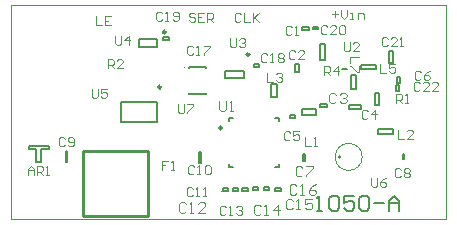
<source format=gto>
%FSLAX23Y23*%
%MOIN*%
G70*
G01*
G75*
G04 Layer_Color=65535*
%ADD10R,0.025X0.020*%
%ADD11R,0.118X0.053*%
%ADD12R,0.053X0.030*%
%ADD13R,0.020X0.030*%
%ADD14R,0.028X0.012*%
%ADD15R,0.060X0.050*%
%ADD16R,0.040X0.014*%
%ADD17R,0.030X0.020*%
%ADD18O,0.018X0.067*%
%ADD19R,0.016X0.033*%
%ADD20R,0.045X0.014*%
%ADD21R,0.091X0.091*%
%ADD22R,0.045X0.045*%
%ADD23R,0.091X0.028*%
%ADD24R,0.035X0.020*%
%ADD25R,0.012X0.028*%
%ADD26R,0.030X0.030*%
%ADD27R,0.031X0.028*%
%ADD28R,0.050X0.060*%
%ADD29R,0.030X0.030*%
%ADD30R,0.016X0.033*%
%ADD31R,0.031X0.028*%
%ADD32R,0.040X0.040*%
%ADD33C,0.007*%
%ADD34C,0.012*%
%ADD35C,0.050*%
%ADD36C,0.008*%
%ADD37C,0.040*%
%ADD38C,0.015*%
%ADD39C,0.010*%
%ADD40C,0.045*%
%ADD41C,0.035*%
%ADD42C,0.030*%
%ADD43C,0.020*%
%ADD44C,0.025*%
%ADD45R,0.050X0.041*%
%ADD46R,0.349X0.072*%
%ADD47R,0.556X0.105*%
%ADD48R,0.054X0.028*%
%ADD49R,0.063X0.044*%
%ADD50R,0.164X0.141*%
%ADD51R,0.034X0.045*%
%ADD52R,0.035X0.045*%
%ADD53R,0.071X0.041*%
%ADD54R,0.059X0.042*%
%ADD55R,0.062X0.030*%
%ADD56R,1.204X0.056*%
%ADD57R,0.147X0.435*%
%ADD58R,0.095X0.041*%
%ADD59R,0.024X0.051*%
%ADD60R,0.032X0.057*%
%ADD61R,0.149X0.141*%
%ADD62R,0.074X0.050*%
%ADD63C,0.002*%
%ADD64O,0.070X0.090*%
%ADD65C,0.045*%
%ADD66C,0.142*%
%ADD67C,0.020*%
%ADD68C,0.026*%
%ADD69C,0.025*%
%ADD70R,0.057X0.074*%
%ADD71R,0.175X0.176*%
%ADD72R,0.173X0.195*%
%ADD73R,0.217X0.172*%
%ADD74R,0.080X0.071*%
%ADD75R,0.442X0.095*%
%ADD76R,0.071X0.057*%
%ADD77R,0.180X0.107*%
%ADD78R,0.202X0.151*%
%ADD79R,0.209X0.141*%
%ADD80R,0.213X0.084*%
%ADD81R,0.137X0.186*%
%ADD82R,0.236X0.089*%
%ADD83R,0.073X0.070*%
%ADD84R,0.146X0.087*%
%ADD85R,0.079X0.072*%
%ADD86R,0.073X0.086*%
%ADD87R,0.073X0.081*%
%ADD88R,0.182X0.170*%
%ADD89R,0.173X0.225*%
%ADD90R,0.086X0.096*%
%ADD91R,0.118X0.063*%
%ADD92R,0.341X0.153*%
%ADD93R,0.180X0.170*%
%ADD94C,0.004*%
%ADD95C,0.010*%
%ADD96C,0.005*%
%ADD97C,0.008*%
%ADD98C,0.004*%
D33*
X1151Y-291D02*
X1175D01*
Y-280D01*
X1151D02*
X1175D01*
X1151Y-291D02*
Y-280D01*
X1308Y-540D02*
X1348D01*
X1308Y-555D02*
Y-540D01*
Y-555D02*
X1348D01*
Y-540D01*
X1441Y-400D02*
Y-360D01*
Y-400D02*
X1456D01*
Y-360D01*
X1441D02*
X1456D01*
X1201Y-893D02*
X1218D01*
X1209D01*
Y-843D01*
X1201Y-851D01*
X1243D02*
X1251Y-843D01*
X1268D01*
X1276Y-851D01*
Y-885D01*
X1268Y-893D01*
X1251D01*
X1243Y-885D01*
Y-851D01*
X1326Y-843D02*
X1293D01*
Y-868D01*
X1309Y-860D01*
X1318D01*
X1326Y-868D01*
Y-885D01*
X1318Y-893D01*
X1301D01*
X1293Y-885D01*
X1343Y-851D02*
X1351Y-843D01*
X1368D01*
X1376Y-851D01*
Y-885D01*
X1368Y-893D01*
X1351D01*
X1343Y-885D01*
Y-851D01*
X1393Y-868D02*
X1426D01*
X1443Y-893D02*
Y-860D01*
X1459Y-843D01*
X1476Y-860D01*
Y-893D01*
Y-868D01*
X1443D01*
D39*
X422Y-912D02*
Y-694D01*
Y-912D02*
X640D01*
Y-694D01*
X422D02*
X640D01*
D63*
X183Y-208D02*
X1633D01*
Y-922D02*
Y-208D01*
X183Y-922D02*
Y-208D01*
Y-922D02*
X1633D01*
D94*
X1283Y-714D02*
G03*
X1283Y-714I-5J0D01*
G01*
X1353D02*
G03*
X1353Y-714I-45J0D01*
G01*
X763Y-415D02*
G03*
X763Y-415I-2J0D01*
G01*
D95*
X683Y-481D02*
G03*
X683Y-481I-5J0D01*
G01*
X699Y-298D02*
G03*
X699Y-298I-5J0D01*
G01*
X886Y-617D02*
G03*
X886Y-617I-5J0D01*
G01*
X977Y-372D02*
G03*
X977Y-372I-5J0D01*
G01*
D96*
X1465Y-495D02*
X1475D01*
Y-475D01*
X1465D02*
X1475D01*
X1465Y-495D02*
Y-475D01*
X1063Y-826D02*
Y-816D01*
X1083D01*
Y-826D02*
Y-816D01*
X1063Y-826D02*
X1083D01*
X1025Y-824D02*
Y-815D01*
X1043D01*
Y-824D02*
Y-815D01*
X1025Y-824D02*
X1043D01*
X989Y-825D02*
Y-815D01*
X1007D01*
Y-825D02*
Y-815D01*
X989Y-825D02*
X1007D01*
X954Y-826D02*
Y-818D01*
X971D01*
Y-821D02*
Y-818D01*
Y-826D02*
Y-821D01*
X954Y-826D02*
X971D01*
X921Y-827D02*
Y-819D01*
X938D01*
Y-827D02*
Y-819D01*
X921Y-827D02*
X938D01*
X888Y-828D02*
Y-818D01*
X906D01*
Y-828D02*
Y-818D01*
X887Y-828D02*
X906D01*
X1188Y-289D02*
Y-281D01*
X1207D01*
Y-289D02*
Y-281D01*
X1188Y-289D02*
X1207D01*
X991Y-413D02*
Y-405D01*
X1009D01*
Y-413D02*
Y-405D01*
X991Y-413D02*
X1009D01*
X1050Y-472D02*
X1069D01*
Y-515D02*
Y-472D01*
X1050Y-515D02*
X1069D01*
X1050D02*
Y-472D01*
X897Y-452D02*
Y-427D01*
X959D01*
Y-452D02*
Y-427D01*
X897Y-452D02*
X959D01*
X810Y-733D02*
X816D01*
Y-697D01*
X810D02*
X816D01*
X810Y-733D02*
Y-697D01*
X367Y-694D02*
X370D01*
Y-730D02*
Y-694D01*
X365Y-730D02*
X370D01*
X365D02*
Y-694D01*
X367D01*
X241Y-678D02*
X308D01*
Y-687D02*
Y-678D01*
X284Y-687D02*
X308D01*
X284Y-731D02*
Y-687D01*
X266Y-731D02*
X284D01*
X266D02*
Y-688D01*
X241D02*
X266D01*
X241D02*
Y-678D01*
X608Y-348D02*
Y-322D01*
X669D01*
Y-348D02*
Y-322D01*
X608Y-348D02*
X669D01*
X1470Y-468D02*
X1478D01*
Y-448D01*
X1470D02*
X1478D01*
X1470Y-468D02*
Y-448D01*
X1213Y-549D02*
Y-538D01*
X1236D01*
Y-549D02*
Y-538D01*
X1213Y-549D02*
X1236D01*
X1111Y-584D02*
Y-574D01*
X1129D01*
Y-584D02*
Y-574D01*
X1111Y-584D02*
X1129D01*
X1151Y-572D02*
Y-554D01*
X1200D01*
Y-573D02*
Y-554D01*
X1151Y-573D02*
X1200D01*
X1157Y-727D02*
X1164D01*
Y-703D01*
X1157D02*
X1164D01*
X1157Y-727D02*
Y-703D01*
X1489Y-705D02*
X1494D01*
Y-722D02*
Y-705D01*
X1489Y-722D02*
X1494D01*
X1489D02*
Y-705D01*
X1396Y-540D02*
X1408D01*
Y-502D01*
X1395D02*
X1408D01*
X1395Y-540D02*
Y-502D01*
X1405Y-636D02*
Y-622D01*
X1455D01*
Y-636D02*
Y-622D01*
X1405Y-636D02*
X1455D01*
X1130Y-432D02*
X1141D01*
Y-404D01*
X1129D02*
X1141D01*
X1129Y-432D02*
Y-404D01*
X1213Y-336D02*
X1225D01*
X1213Y-391D02*
Y-336D01*
Y-391D02*
X1229D01*
Y-336D01*
X1225D02*
X1229D01*
X1285Y-420D02*
X1304D01*
X1315Y-440D02*
X1328D01*
X1315Y-487D02*
Y-440D01*
Y-487D02*
X1331D01*
Y-440D01*
X1328D02*
X1331D01*
X1350Y-420D02*
Y-406D01*
X1400D01*
Y-420D02*
Y-406D01*
X1350Y-420D02*
X1400D01*
X689Y-325D02*
X709D01*
X689D02*
Y-315D01*
X709D01*
Y-325D02*
Y-315D01*
D97*
X548Y-531D02*
X670D01*
X548Y-597D02*
X670D01*
Y-531D01*
X548Y-597D02*
Y-531D01*
X910Y-595D02*
Y-583D01*
X922D01*
X910Y-749D02*
Y-737D01*
Y-749D02*
X922D01*
X1076D02*
Y-737D01*
X1064Y-749D02*
X1076D01*
Y-595D02*
Y-583D01*
X1064D02*
X1076D01*
X776Y-414D02*
X832D01*
X776Y-504D02*
X832D01*
Y-416D02*
Y-414D01*
X776Y-416D02*
Y-414D01*
X832Y-504D02*
Y-502D01*
X776Y-504D02*
Y-502D01*
D98*
X1545Y-469D02*
X1540Y-464D01*
X1530D01*
X1525Y-469D01*
Y-489D01*
X1530Y-494D01*
X1540D01*
X1545Y-489D01*
X1575Y-494D02*
X1555D01*
X1575Y-474D01*
Y-469D01*
X1570Y-464D01*
X1560D01*
X1555Y-469D01*
X1605Y-494D02*
X1585D01*
X1605Y-474D01*
Y-469D01*
X1600Y-464D01*
X1590D01*
X1585Y-469D01*
X1383Y-784D02*
Y-809D01*
X1388Y-814D01*
X1398D01*
X1403Y-809D01*
Y-784D01*
X1433D02*
X1423Y-789D01*
X1413Y-799D01*
Y-809D01*
X1418Y-814D01*
X1428D01*
X1433Y-809D01*
Y-804D01*
X1428Y-799D01*
X1413D01*
X1227Y-441D02*
Y-411D01*
X1242D01*
X1247Y-416D01*
Y-426D01*
X1242Y-431D01*
X1227D01*
X1237D02*
X1247Y-441D01*
X1272D02*
Y-411D01*
X1257Y-426D01*
X1277D01*
X1291Y-332D02*
Y-357D01*
X1296Y-362D01*
X1306D01*
X1311Y-357D01*
Y-332D01*
X1341Y-362D02*
X1321D01*
X1341Y-342D01*
Y-337D01*
X1336Y-332D01*
X1326D01*
X1321Y-337D01*
X789Y-820D02*
X784Y-815D01*
X774D01*
X769Y-820D01*
Y-840D01*
X774Y-845D01*
X784D01*
X789Y-840D01*
X799Y-845D02*
X809D01*
X804D01*
Y-815D01*
X799Y-820D01*
X824Y-845D02*
X834D01*
X829D01*
Y-815D01*
X824Y-820D01*
X1113Y-633D02*
X1108Y-628D01*
X1098D01*
X1093Y-633D01*
Y-653D01*
X1098Y-658D01*
X1108D01*
X1113Y-653D01*
X1143Y-628D02*
X1123D01*
Y-643D01*
X1133Y-638D01*
X1138D01*
X1143Y-643D01*
Y-653D01*
X1138Y-658D01*
X1128D01*
X1123Y-653D01*
X1236Y-280D02*
X1231Y-275D01*
X1221D01*
X1216Y-280D01*
Y-300D01*
X1221Y-305D01*
X1231D01*
X1236Y-300D01*
X1266Y-305D02*
X1246D01*
X1266Y-285D01*
Y-280D01*
X1261Y-275D01*
X1251D01*
X1246Y-280D01*
X1276D02*
X1281Y-275D01*
X1291D01*
X1296Y-280D01*
Y-300D01*
X1291Y-305D01*
X1281D01*
X1276Y-300D01*
Y-280D01*
X1036Y-434D02*
Y-464D01*
X1056D01*
X1066Y-439D02*
X1071Y-434D01*
X1081D01*
X1086Y-439D01*
Y-444D01*
X1081Y-449D01*
X1076D01*
X1081D01*
X1086Y-454D01*
Y-459D01*
X1081Y-464D01*
X1071D01*
X1066Y-459D01*
X505Y-418D02*
Y-388D01*
X520D01*
X525Y-393D01*
Y-403D01*
X520Y-408D01*
X505D01*
X515D02*
X525Y-418D01*
X555D02*
X535D01*
X555Y-398D01*
Y-393D01*
X550Y-388D01*
X540D01*
X535Y-393D01*
X686Y-235D02*
X681Y-230D01*
X671D01*
X666Y-235D01*
Y-255D01*
X671Y-260D01*
X681D01*
X686Y-255D01*
X696Y-260D02*
X706D01*
X701D01*
Y-230D01*
X696Y-235D01*
X721Y-255D02*
X726Y-260D01*
X736D01*
X741Y-255D01*
Y-235D01*
X736Y-230D01*
X726D01*
X721Y-235D01*
Y-240D01*
X726Y-245D01*
X741D01*
X451Y-487D02*
Y-512D01*
X456Y-517D01*
X466D01*
X471Y-512D01*
Y-487D01*
X501D02*
X481D01*
Y-502D01*
X491Y-497D01*
X496D01*
X501Y-502D01*
Y-512D01*
X496Y-517D01*
X486D01*
X481Y-512D01*
X1481Y-756D02*
X1476Y-751D01*
X1466D01*
X1461Y-756D01*
Y-776D01*
X1466Y-781D01*
X1476D01*
X1481Y-776D01*
X1491Y-756D02*
X1496Y-751D01*
X1506D01*
X1511Y-756D01*
Y-761D01*
X1506Y-766D01*
X1511Y-771D01*
Y-776D01*
X1506Y-781D01*
X1496D01*
X1491Y-776D01*
Y-771D01*
X1496Y-766D01*
X1491Y-761D01*
Y-756D01*
X1496Y-766D02*
X1506D01*
X899Y-882D02*
X894Y-877D01*
X884D01*
X879Y-882D01*
Y-902D01*
X884Y-907D01*
X894D01*
X899Y-902D01*
X909Y-907D02*
X919D01*
X914D01*
Y-877D01*
X909Y-882D01*
X934D02*
X939Y-877D01*
X949D01*
X954Y-882D01*
Y-887D01*
X949Y-892D01*
X944D01*
X949D01*
X954Y-897D01*
Y-902D01*
X949Y-907D01*
X939D01*
X934Y-902D01*
X1130Y-364D02*
X1125Y-359D01*
X1115D01*
X1110Y-364D01*
Y-384D01*
X1115Y-389D01*
X1125D01*
X1130Y-384D01*
X1160Y-389D02*
X1140D01*
X1160Y-369D01*
Y-364D01*
X1155Y-359D01*
X1145D01*
X1140Y-364D01*
X361Y-653D02*
X356Y-648D01*
X346D01*
X341Y-653D01*
Y-673D01*
X346Y-678D01*
X356D01*
X361Y-673D01*
X371D02*
X376Y-678D01*
X386D01*
X391Y-673D01*
Y-653D01*
X386Y-648D01*
X376D01*
X371Y-653D01*
Y-658D01*
X376Y-663D01*
X391D01*
X790Y-349D02*
X785Y-344D01*
X775D01*
X770Y-349D01*
Y-369D01*
X775Y-374D01*
X785D01*
X790Y-369D01*
X800Y-374D02*
X810D01*
X805D01*
Y-344D01*
X800Y-349D01*
X825Y-344D02*
X845D01*
Y-349D01*
X825Y-369D01*
Y-374D01*
X238Y-774D02*
Y-754D01*
X248Y-744D01*
X258Y-754D01*
Y-774D01*
Y-759D01*
X238D01*
X268Y-774D02*
Y-744D01*
X283D01*
X288Y-749D01*
Y-759D01*
X283Y-764D01*
X268D01*
X278D02*
X288Y-774D01*
X298D02*
X308D01*
X303D01*
Y-744D01*
X298Y-749D01*
X794Y-747D02*
X789Y-742D01*
X779D01*
X774Y-747D01*
Y-767D01*
X779Y-772D01*
X789D01*
X794Y-767D01*
X804Y-772D02*
X814D01*
X809D01*
Y-742D01*
X804Y-747D01*
X829D02*
X834Y-742D01*
X844D01*
X849Y-747D01*
Y-767D01*
X844Y-772D01*
X834D01*
X829Y-767D01*
Y-747D01*
X914Y-318D02*
Y-343D01*
X919Y-348D01*
X929D01*
X934Y-343D01*
Y-318D01*
X944Y-323D02*
X949Y-318D01*
X959D01*
X964Y-323D01*
Y-328D01*
X959Y-333D01*
X954D01*
X959D01*
X964Y-338D01*
Y-343D01*
X959Y-348D01*
X949D01*
X944Y-343D01*
X530Y-310D02*
Y-335D01*
X535Y-340D01*
X545D01*
X550Y-335D01*
Y-310D01*
X575Y-340D02*
Y-310D01*
X560Y-325D01*
X580D01*
X1161Y-647D02*
Y-677D01*
X1181D01*
X1191D02*
X1201D01*
X1196D01*
Y-647D01*
X1191Y-652D01*
X1471Y-623D02*
Y-653D01*
X1491D01*
X1521D02*
X1501D01*
X1521Y-633D01*
Y-628D01*
X1516Y-623D01*
X1506D01*
X1501Y-628D01*
X1119Y-281D02*
X1114Y-276D01*
X1104D01*
X1099Y-281D01*
Y-301D01*
X1104Y-306D01*
X1114D01*
X1119Y-301D01*
X1129Y-306D02*
X1139D01*
X1134D01*
Y-276D01*
X1129Y-281D01*
X1467Y-534D02*
Y-504D01*
X1482D01*
X1487Y-509D01*
Y-519D01*
X1482Y-524D01*
X1467D01*
X1477D02*
X1487Y-534D01*
X1497D02*
X1507D01*
X1502D01*
Y-504D01*
X1497Y-509D01*
X1549Y-431D02*
X1544Y-426D01*
X1534D01*
X1529Y-431D01*
Y-451D01*
X1534Y-456D01*
X1544D01*
X1549Y-451D01*
X1579Y-426D02*
X1569Y-431D01*
X1559Y-441D01*
Y-451D01*
X1564Y-456D01*
X1574D01*
X1579Y-451D01*
Y-446D01*
X1574Y-441D01*
X1559D01*
X1037Y-374D02*
X1032Y-369D01*
X1022D01*
X1017Y-374D01*
Y-394D01*
X1022Y-399D01*
X1032D01*
X1037Y-394D01*
X1047Y-399D02*
X1057D01*
X1052D01*
Y-369D01*
X1047Y-374D01*
X1072D02*
X1077Y-369D01*
X1087D01*
X1092Y-374D01*
Y-379D01*
X1087Y-384D01*
X1092Y-389D01*
Y-394D01*
X1087Y-399D01*
X1077D01*
X1072Y-394D01*
Y-389D01*
X1077Y-384D01*
X1072Y-379D01*
Y-374D01*
X1077Y-384D02*
X1087D01*
X706Y-727D02*
X686D01*
Y-742D01*
X696D01*
X686D01*
Y-757D01*
X716D02*
X726D01*
X721D01*
Y-727D01*
X716Y-732D01*
X740Y-539D02*
Y-564D01*
X745Y-569D01*
X755D01*
X760Y-564D01*
Y-539D01*
X770D02*
X790D01*
Y-544D01*
X770Y-564D01*
Y-569D01*
X1342Y-382D02*
X1312D01*
Y-402D01*
X1342Y-412D02*
Y-432D01*
X1337D01*
X1317Y-412D01*
X1312D01*
X1413Y-404D02*
Y-434D01*
X1433D01*
X1463Y-404D02*
X1443D01*
Y-419D01*
X1453Y-414D01*
X1458D01*
X1463Y-419D01*
Y-429D01*
X1458Y-434D01*
X1448D01*
X1443Y-429D01*
X1371Y-562D02*
X1366Y-557D01*
X1356D01*
X1351Y-562D01*
Y-582D01*
X1356Y-587D01*
X1366D01*
X1371Y-582D01*
X1396Y-587D02*
Y-557D01*
X1381Y-572D01*
X1401D01*
X1439Y-320D02*
X1434Y-315D01*
X1424D01*
X1419Y-320D01*
Y-340D01*
X1424Y-345D01*
X1434D01*
X1439Y-340D01*
X1469Y-345D02*
X1449D01*
X1469Y-325D01*
Y-320D01*
X1464Y-315D01*
X1454D01*
X1449Y-320D01*
X1479Y-345D02*
X1489D01*
X1484D01*
Y-315D01*
X1479Y-320D01*
X949Y-239D02*
X944Y-234D01*
X934D01*
X929Y-239D01*
Y-259D01*
X934Y-264D01*
X944D01*
X949Y-259D01*
X959Y-234D02*
Y-264D01*
X979D01*
X989Y-234D02*
Y-264D01*
Y-254D01*
X1009Y-234D01*
X994Y-249D01*
X1009Y-264D01*
X876Y-526D02*
Y-555D01*
X882Y-561D01*
X893D01*
X899Y-555D01*
Y-526D01*
X911Y-561D02*
X923D01*
X917D01*
Y-526D01*
X911Y-532D01*
X1154Y-750D02*
X1148Y-744D01*
X1137D01*
X1131Y-750D01*
Y-773D01*
X1137Y-779D01*
X1148D01*
X1154Y-773D01*
X1166Y-744D02*
X1189D01*
Y-750D01*
X1166Y-773D01*
Y-779D01*
X1015Y-879D02*
X1009Y-873D01*
X998D01*
X992Y-879D01*
Y-902D01*
X998Y-908D01*
X1009D01*
X1015Y-902D01*
X1027Y-908D02*
X1039D01*
X1033D01*
Y-873D01*
X1027Y-879D01*
X1074Y-908D02*
Y-873D01*
X1056Y-891D01*
X1079D01*
X1122Y-860D02*
X1116Y-854D01*
X1105D01*
X1099Y-860D01*
Y-883D01*
X1105Y-889D01*
X1116D01*
X1122Y-883D01*
X1134Y-889D02*
X1146D01*
X1140D01*
Y-854D01*
X1134Y-860D01*
X1186Y-854D02*
X1163D01*
Y-872D01*
X1175Y-866D01*
X1181D01*
X1186Y-872D01*
Y-883D01*
X1181Y-889D01*
X1169D01*
X1163Y-883D01*
X1134Y-811D02*
X1128Y-805D01*
X1117D01*
X1111Y-811D01*
Y-834D01*
X1117Y-840D01*
X1128D01*
X1134Y-834D01*
X1146Y-840D02*
X1158D01*
X1152D01*
Y-805D01*
X1146Y-811D01*
X1198Y-805D02*
X1187Y-811D01*
X1175Y-823D01*
Y-834D01*
X1181Y-840D01*
X1193D01*
X1198Y-834D01*
Y-828D01*
X1193Y-823D01*
X1175D01*
X766Y-871D02*
X760Y-865D01*
X749D01*
X743Y-871D01*
Y-894D01*
X749Y-900D01*
X760D01*
X766Y-894D01*
X778Y-900D02*
X790D01*
X784D01*
Y-865D01*
X778Y-871D01*
X830Y-900D02*
X807D01*
X830Y-877D01*
Y-871D01*
X825Y-865D01*
X813D01*
X807Y-871D01*
X1266Y-506D02*
X1260Y-500D01*
X1249D01*
X1243Y-506D01*
Y-529D01*
X1249Y-535D01*
X1260D01*
X1266Y-529D01*
X1278Y-506D02*
X1284Y-500D01*
X1295D01*
X1301Y-506D01*
Y-512D01*
X1295Y-518D01*
X1290D01*
X1295D01*
X1301Y-523D01*
Y-529D01*
X1295Y-535D01*
X1284D01*
X1278Y-529D01*
X467Y-245D02*
Y-275D01*
X487D01*
X517Y-245D02*
X497D01*
Y-275D01*
X517D01*
X497Y-260D02*
X507D01*
X797Y-239D02*
X792Y-234D01*
X782D01*
X777Y-239D01*
Y-244D01*
X782Y-249D01*
X792D01*
X797Y-254D01*
Y-259D01*
X792Y-264D01*
X782D01*
X777Y-259D01*
X827Y-234D02*
X807D01*
Y-264D01*
X827D01*
X807Y-249D02*
X817D01*
X837Y-264D02*
Y-234D01*
X852D01*
X857Y-239D01*
Y-249D01*
X852Y-254D01*
X837D01*
X847D02*
X857Y-264D01*
X1253Y-239D02*
X1273D01*
X1263Y-229D02*
Y-249D01*
X1283Y-224D02*
Y-244D01*
X1293Y-254D01*
X1303Y-244D01*
Y-224D01*
X1313Y-254D02*
X1323D01*
X1318D01*
Y-234D01*
X1313D01*
X1338Y-254D02*
Y-234D01*
X1353D01*
X1358Y-239D01*
Y-254D01*
M02*

</source>
